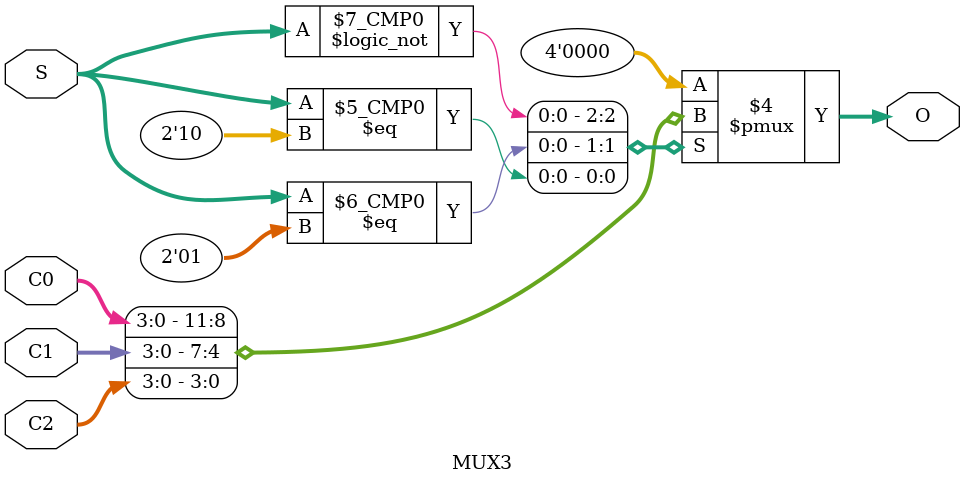
<source format=v>
`timescale 1ns / 1ps


module MUX #(parameter SIZE = 32)(
	input [SIZE-1:0] I0,
	input [SIZE-1:0] I1,
	input [SIZE-1:0] I2,
	input [SIZE-1:0] I3,
	input [1:0] S,
	output reg [SIZE-1:0] OUT
    );

    always @* begin
        case(S)
            2'b00: OUT = I0;
            2'b01: OUT = I1;
            2'b10: OUT = I2;
            2'b11: OUT = I3;
        endcase
    end

endmodule

module DECODER #(parameter SIZE = 5) (
    input [SIZE-1:0] IN,
    output reg [2**SIZE-1:0] OUT
);

  integer i;
  
  always @ (IN)
  begin

    for(i=0; i<2**SIZE; i=i+1)
    begin           
        if(i == IN) 
            OUT[i] = 1;
    else 
        OUT[i] = 0;
    end
  end

endmodule 




module mux32( input [31:0] in1,in2,in3,in4,in5,in6,in7,in8,in9,
            input [31:0] in10,in11,in12,in13,in14,in15,in16,in17,in18,in19,
            input [31:0] in20,in21,in22,in23,in24,in25,in26,in27,in28,in29,
            input [31:0] in30,in31,in32,
            input [4:0] sel,
            output reg [31:0] out);
            
    
    
    always @(*) begin
        case(sel)
            5'b00000  : out <= in1;
            5'b00001  : out <= in2;
            5'b00010  : out <= in3;
            5'b00011  : out <= in4;
            5'b00100  : out <= in5;
            5'b00101  : out <= in6;
            5'b00110  : out <= in7;
            5'b00111  : out <= in8;
            5'b01000  : out <= in9;
            5'b01001  : out <= in10;
            5'b01010  : out <= in11;
            5'b01011  : out <= in12;
            5'b01100  : out <= in13;
            5'b01101  : out <= in14;
            5'b01110  : out <= in15;
            5'b01111  : out <= in16;
            5'b10000  : out <= in17;
            5'b10001  : out <= in18;
            5'b10010  : out <= in19;
            5'b10011  : out <= in20;
            5'b10100  : out <= in21;
            5'b10101  : out <= in22;
            5'b10110  : out <= in23;
            5'b10111  : out <= in24;
            5'b11000  : out <= in25;
            5'b11001  : out <= in26;
            5'b11010  : out <= in27;
            5'b11011  : out <= in28;
            5'b11100  : out <= in29;
            5'b11101  : out <= in30;
            5'b11110  : out <= in31;
            5'b11111  : out <= in32;
            default : out <=32'd0;
        endcase
    end
    endmodule
    
module MUX2#(parameter WIDTH=4)(
	
	input [WIDTH-1 : 0] C0,
    input [WIDTH-1 : 0] C1,
	input S,
	output reg [WIDTH-1 : 0] O);
	
	always @(*)
	case(S)
	   0: O = C0;	   
	   1: O = C1;
	endcase
endmodule

    
module MUX3#(parameter WIDTH=4)(
	
	input [WIDTH-1 : 0] C0,
    input [WIDTH-1 : 0] C1,
    input [WIDTH-1 : 0] C2,
	input [1:0] S,
	output reg [WIDTH-1 : 0] O);
	
	always @(*)
	case(S)
	   0: O = C0;	   
	   1: O = C1;
	   2: O = C2;
	   default: O = 0;
	endcase
endmodule


</source>
